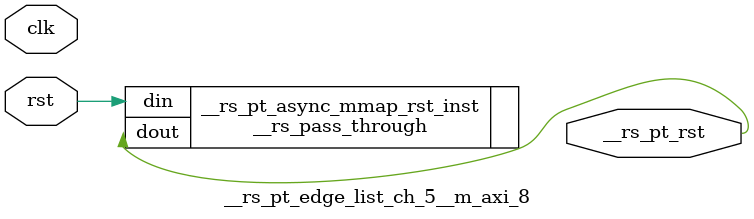
<source format=v>
`timescale 1 ns / 1 ps
/**   Generated by RapidStream   **/
module __rs_pt_edge_list_ch_5__m_axi_8 #(
    parameter BufferSize         = 32,
    parameter BufferSizeLog      = 5,
    parameter AddrWidth          = 64,
    parameter AxiSideAddrWidth   = 64,
    parameter DataWidth          = 512,
    parameter DataWidthBytesLog  = 6,
    parameter WaitTimeWidth      = 4,
    parameter BurstLenWidth      = 8,
    parameter EnableReadChannel  = 1,
    parameter EnableWriteChannel = 1,
    parameter MaxWaitTime        = 3,
    parameter MaxBurstLen        = 15
) (
    output wire __rs_pt_rst,
    input wire  clk,
    input wire  rst
);




__rs_pass_through #(
    .WIDTH (1)
) __rs_pt_async_mmap_rst_inst /**   Generated by RapidStream   **/ (
    .din  (rst),
    .dout (__rs_pt_rst)
);

endmodule  // __rs_pt_edge_list_ch_5__m_axi_8
</source>
